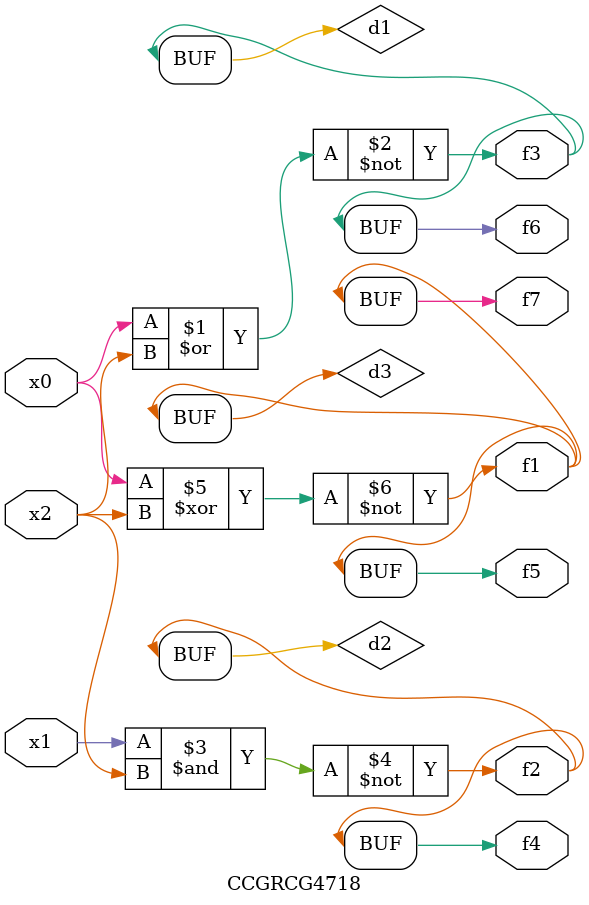
<source format=v>
module CCGRCG4718(
	input x0, x1, x2,
	output f1, f2, f3, f4, f5, f6, f7
);

	wire d1, d2, d3;

	nor (d1, x0, x2);
	nand (d2, x1, x2);
	xnor (d3, x0, x2);
	assign f1 = d3;
	assign f2 = d2;
	assign f3 = d1;
	assign f4 = d2;
	assign f5 = d3;
	assign f6 = d1;
	assign f7 = d3;
endmodule

</source>
